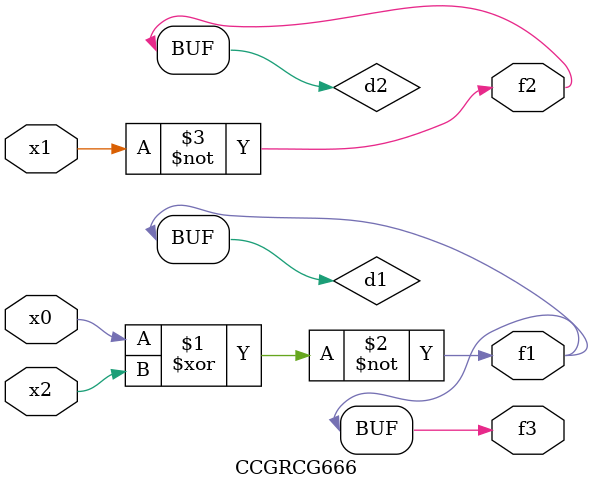
<source format=v>
module CCGRCG666(
	input x0, x1, x2,
	output f1, f2, f3
);

	wire d1, d2, d3;

	xnor (d1, x0, x2);
	nand (d2, x1);
	nor (d3, x1, x2);
	assign f1 = d1;
	assign f2 = d2;
	assign f3 = d1;
endmodule

</source>
